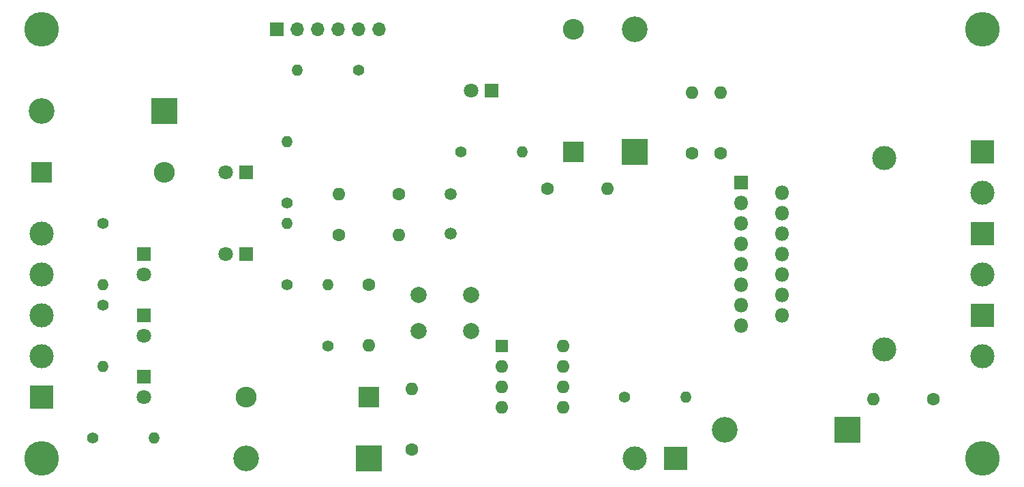
<source format=gbr>
%TF.GenerationSoftware,KiCad,Pcbnew,7.0.10*%
%TF.CreationDate,2024-02-09T16:37:34+11:00*%
%TF.ProjectId,CAN_DC_motor_driver,43414e5f-4443-45f6-9d6f-746f725f6472,0*%
%TF.SameCoordinates,Original*%
%TF.FileFunction,Soldermask,Bot*%
%TF.FilePolarity,Negative*%
%FSLAX46Y46*%
G04 Gerber Fmt 4.6, Leading zero omitted, Abs format (unit mm)*
G04 Created by KiCad (PCBNEW 7.0.10) date 2024-02-09 16:37:34*
%MOMM*%
%LPD*%
G01*
G04 APERTURE LIST*
%ADD10O,1.600000X1.600000*%
%ADD11C,1.600000*%
%ADD12C,1.400000*%
%ADD13O,1.400000X1.400000*%
%ADD14R,1.800000X1.800000*%
%ADD15C,1.800000*%
%ADD16O,1.700000X1.700000*%
%ADD17R,1.700000X1.700000*%
%ADD18C,4.300000*%
%ADD19R,2.600000X2.600000*%
%ADD20O,2.600000X2.600000*%
%ADD21C,3.000000*%
%ADD22R,1.600000X1.600000*%
%ADD23R,3.200000X3.200000*%
%ADD24O,3.200000X3.200000*%
%ADD25R,3.000000X3.000000*%
%ADD26O,1.800000X1.800000*%
%ADD27C,1.500000*%
%ADD28C,2.000000*%
G04 APERTURE END LIST*
D10*
%TO.C,C6*%
X139192000Y-66354000D03*
D11*
X139192000Y-73854000D03*
%TD*%
D12*
%TO.C,R10*%
X88900000Y-90170000D03*
D13*
X88900000Y-82550000D03*
%TD*%
D11*
%TO.C,C5*%
X169164000Y-104394000D03*
D10*
X161664000Y-104394000D03*
%TD*%
D11*
%TO.C,C4*%
X121218000Y-78232000D03*
D10*
X128718000Y-78232000D03*
%TD*%
D12*
%TO.C,R5*%
X110490000Y-73660000D03*
D13*
X118110000Y-73660000D03*
%TD*%
D14*
%TO.C,D1*%
X114300000Y-66040000D03*
D15*
X111760000Y-66040000D03*
%TD*%
D16*
%TO.C,J5*%
X100330000Y-58420000D03*
X97790000Y-58420000D03*
X95250000Y-58420000D03*
X92710000Y-58420000D03*
X90170000Y-58420000D03*
D17*
X87630000Y-58420000D03*
%TD*%
D18*
%TO.C,H2*%
X175260000Y-111760000D03*
%TD*%
D12*
%TO.C,R6*%
X130810000Y-104140000D03*
D13*
X138430000Y-104140000D03*
%TD*%
D11*
%TO.C,C1*%
X102810000Y-78920000D03*
D10*
X95310000Y-78920000D03*
%TD*%
D19*
%TO.C,D7*%
X99060000Y-104140000D03*
D20*
X83820000Y-104140000D03*
%TD*%
D21*
%TO.C,HS1*%
X163095000Y-98260000D03*
X163095000Y-74460000D03*
%TD*%
D22*
%TO.C,U1*%
X115580000Y-97800000D03*
D10*
X115580000Y-100340000D03*
X115580000Y-102880000D03*
X115580000Y-105420000D03*
X123200000Y-105420000D03*
X123200000Y-102880000D03*
X123200000Y-100340000D03*
X123200000Y-97800000D03*
%TD*%
D18*
%TO.C,H1*%
X175260000Y-58420000D03*
%TD*%
D19*
%TO.C,D8*%
X124460000Y-73660000D03*
D20*
X124460000Y-58420000D03*
%TD*%
D23*
%TO.C,D11*%
X99060000Y-111760000D03*
D24*
X83820000Y-111760000D03*
%TD*%
D12*
%TO.C,R9*%
X88900000Y-80010000D03*
D13*
X88900000Y-72390000D03*
%TD*%
D12*
%TO.C,R3*%
X66040000Y-82550000D03*
D13*
X66040000Y-90170000D03*
%TD*%
D23*
%TO.C,D12*%
X73660000Y-68580000D03*
D24*
X58420000Y-68580000D03*
%TD*%
D11*
%TO.C,C8*%
X142748000Y-73854000D03*
D10*
X142748000Y-66354000D03*
%TD*%
D11*
%TO.C,C3*%
X99060000Y-90230000D03*
D10*
X99060000Y-97730000D03*
%TD*%
D25*
%TO.C,J2*%
X175260000Y-83820000D03*
D21*
X175260000Y-88900000D03*
%TD*%
D14*
%TO.C,D2*%
X71120000Y-86360000D03*
D15*
X71120000Y-88900000D03*
%TD*%
D18*
%TO.C,H3*%
X58420000Y-58420000D03*
%TD*%
D14*
%TO.C,D9*%
X83820000Y-86360000D03*
D15*
X81280000Y-86360000D03*
%TD*%
D23*
%TO.C,D10*%
X132080000Y-73660000D03*
D24*
X132080000Y-58420000D03*
%TD*%
D25*
%TO.C,J3*%
X137160000Y-111760000D03*
D21*
X132080000Y-111760000D03*
%TD*%
D14*
%TO.C,U3*%
X145315000Y-77470000D03*
D26*
X150395000Y-78740000D03*
X145315000Y-80010000D03*
X150395000Y-81280000D03*
X145315000Y-82550000D03*
X150395000Y-83820000D03*
X145315000Y-85090000D03*
X150395000Y-86360000D03*
X145315000Y-87630000D03*
X150395000Y-88900000D03*
X145315000Y-90170000D03*
X150395000Y-91440000D03*
X145315000Y-92710000D03*
X150395000Y-93980000D03*
X145315000Y-95250000D03*
%TD*%
D12*
%TO.C,R7*%
X97790000Y-63500000D03*
D13*
X90170000Y-63500000D03*
%TD*%
D27*
%TO.C,Y1*%
X109220000Y-83820000D03*
X109220000Y-78920000D03*
%TD*%
D12*
%TO.C,R8*%
X64770000Y-109220000D03*
D13*
X72390000Y-109220000D03*
%TD*%
D28*
%TO.C,SW1*%
X105260000Y-91440000D03*
X111760000Y-91440000D03*
X105260000Y-95940000D03*
X111760000Y-95940000D03*
%TD*%
D14*
%TO.C,D4*%
X71120000Y-101600000D03*
D15*
X71120000Y-104140000D03*
%TD*%
D23*
%TO.C,D13*%
X158496000Y-108204000D03*
D24*
X143256000Y-108204000D03*
%TD*%
D25*
%TO.C,J6*%
X175260000Y-73660000D03*
D21*
X175260000Y-78740000D03*
%TD*%
D12*
%TO.C,R1*%
X93980000Y-97850000D03*
D13*
X93980000Y-90230000D03*
%TD*%
D19*
%TO.C,D6*%
X58420000Y-76200000D03*
D20*
X73660000Y-76200000D03*
%TD*%
D11*
%TO.C,C7*%
X104394000Y-110684000D03*
D10*
X104394000Y-103184000D03*
%TD*%
D12*
%TO.C,R4*%
X66040000Y-92710000D03*
D13*
X66040000Y-100330000D03*
%TD*%
D14*
%TO.C,D3*%
X71120000Y-93980000D03*
D15*
X71120000Y-96520000D03*
%TD*%
D25*
%TO.C,J4*%
X175260000Y-93980000D03*
D21*
X175260000Y-99060000D03*
%TD*%
D11*
%TO.C,C2*%
X95310000Y-84000000D03*
D10*
X102810000Y-84000000D03*
%TD*%
D18*
%TO.C,H4*%
X58420000Y-111760000D03*
%TD*%
D25*
%TO.C,J1*%
X58420000Y-104140000D03*
D21*
X58420000Y-99060000D03*
X58420000Y-93980000D03*
X58420000Y-88900000D03*
X58420000Y-83820000D03*
%TD*%
D14*
%TO.C,D5*%
X83820000Y-76200000D03*
D15*
X81280000Y-76200000D03*
%TD*%
M02*

</source>
